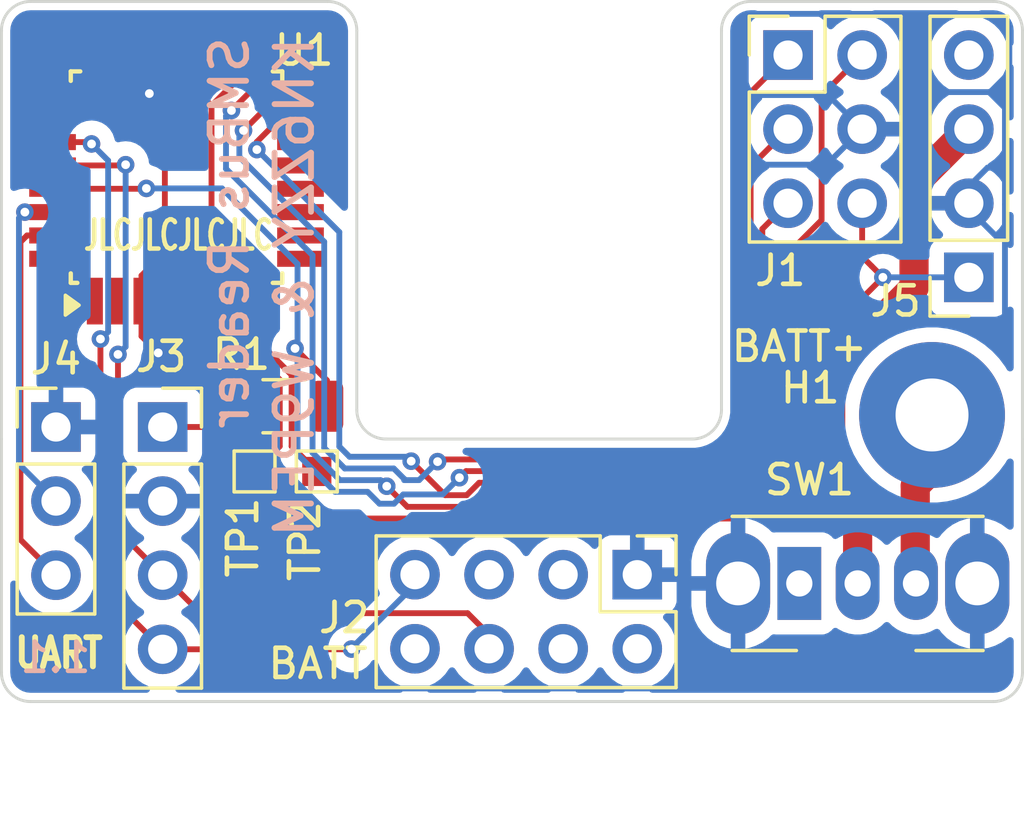
<source format=kicad_pcb>
(kicad_pcb (version 20240108) (generator "pcbnew") (generator_version "8.0")
  (layers (0 "F.Cu" signal) (31 "B.Cu" signal) (34 "B.Paste" user) (35 "F.Paste" user) (36 "B.SilkS" user "B.Silkscreen") (37 "F.SilkS" user "F.Silkscreen") (38 "B.Mask" user) (39 "F.Mask" user) (44 "Edge.Cuts" user))
  (net 0 "")
  (net 1 "VIN")
  (net 2 "COPI")
  (net 3 "SCK")
  (net 4 "VREG")
  (net 5 "GND")
  (net 6 "CIPO")
  (net 7 "RST")
  (net 9 "SDA")
  (net 10 "SCL")
  (net 12 "RX")
  (net 13 "TX")
  (net 14 "EN")
  (net 15 "Net-(U1-XTAL1{slash}PB6)")
  (net 16 "Net-(U1-XTAL2{slash}PB7)")
  (net 35 "Net-(SW1-C)")
  (footprint "Connector_PinHeader_2.54mm:PinHeader_2x04_P2.54mm_Vertical" (layer "F.Cu") (at 141.795 83.65 -90)
    (property "Reference" "J2" (at 1.475 10.045 0) (layer "F.SilkS") (effects (font (thickness 0.16))))
    (property "Value" "BATT" (at 3.05 10.945 0) (layer "F.SilkS") (effects (font (thickness 0.16))))
    (fp_line (start -1.33 8.95) (end 3.87 8.95) (stroke (width 0.12)) (layer "F.SilkS"))
    (fp_line (start -1.33 1.27) (end -1.33 8.95) (stroke (width 0.12)) (layer "F.SilkS"))
    (fp_line (start -1.33 1.27) (end 1.27 1.27) (stroke (width 0.12)) (layer "F.SilkS"))
    (fp_line (start 1.27 1.27) (end 1.27 -1.33) (stroke (width 0.12)) (layer "F.SilkS"))
    (fp_line (start -1.33 0) (end -1.33 -1.33) (stroke (width 0.12)) (layer "F.SilkS"))
    (fp_line (start -1.33 -1.33) (end 0 -1.33) (stroke (width 0.12)) (layer "F.SilkS"))
    (fp_line (start 1.27 -1.33) (end 3.87 -1.33) (stroke (width 0.12)) (layer "F.SilkS"))
    (fp_line (start 3.87 -1.33) (end 3.87 8.95) (stroke (width 0.12)) (layer "F.SilkS"))
    (pad "1" thru_hole rect (at 0 0 270) (size 1.7 1.7) (drill 1) (layers "*.Cu" "*.Mask") (net 5 "GND"))
    (pad "2" thru_hole oval (at 2.54 0 270) (size 1.7 1.7) (drill 1) (layers "*.Cu" "*.Mask"))
    (pad "3" thru_hole oval (at 0 2.54 270) (size 1.7 1.7) (drill 1) (layers "*.Cu" "*.Mask"))
    (pad "4" thru_hole oval (at 2.54 2.54 270) (size 1.7 1.7) (drill 1) (layers "*.Cu" "*.Mask"))
    (pad "5" thru_hole oval (at 0 5.08 270) (size 1.7 1.7) (drill 1) (layers "*.Cu" "*.Mask"))
    (pad "6" thru_hole oval (at 2.54 5.08 270) (size 1.7 1.7) (drill 1) (layers "*.Cu" "*.Mask") (net 10 "SCL"))
    (pad "7" thru_hole oval (at 0 7.62 270) (size 1.7 1.7) (drill 1) (layers "*.Cu" "*.Mask") (net 9 "SDA"))
    (pad "8" thru_hole oval (at 2.54 7.62 270) (size 1.7 1.7) (drill 1) (layers "*.Cu" "*.Mask"))
  )
  (footprint "Connector_PinHeader_2.54mm:PinHeader_2x03_P2.54mm_Vertical" (layer "F.Cu") (at 146.9644 65.8368)
    (property "Reference" "J1" (at -0.2644 7.3882 0) (layer "F.SilkS") (effects (font (thickness 0.16))))
    (property "Value" "ICSP" (hide yes))
    (fp_line (start -1.33 -1.33) (end 0 -1.33) (stroke (width 0.12)) (layer "F.SilkS"))
    (fp_line (start -1.33 0) (end -1.33 -1.33) (stroke (width 0.12)) (layer "F.SilkS"))
    (fp_line (start -1.33 1.27) (end -1.33 6.41) (stroke (width 0.12)) (layer "F.SilkS"))
    (fp_line (start -1.33 1.27) (end 1.27 1.27) (stroke (width 0.12)) (layer "F.SilkS"))
    (fp_line (start -1.33 6.41) (end 3.87 6.41) (stroke (width 0.12)) (layer "F.SilkS"))
    (fp_line (start 1.27 -1.33) (end 3.87 -1.33) (stroke (width 0.12)) (layer "F.SilkS"))
    (fp_line (start 1.27 1.27) (end 1.27 -1.33) (stroke (width 0.12)) (layer "F.SilkS"))
    (fp_line (start 3.87 -1.33) (end 3.87 6.41) (stroke (width 0.12)) (layer "F.SilkS"))
    (pad "1" thru_hole rect (at 0 0) (size 1.7 1.7) (drill 1) (layers "*.Cu" "*.Mask") (net 6 "CIPO"))
    (pad "2" thru_hole oval (at 2.54 0) (size 1.7 1.7) (drill 1) (layers "*.Cu" "*.Mask") (net 3 "SCK"))
    (pad "3" thru_hole oval (at 0 2.54) (size 1.7 1.7) (drill 1) (layers "*.Cu" "*.Mask") (net 7 "RST"))
    (pad "4" thru_hole oval (at 2.54 2.54) (size 1.7 1.7) (drill 1) (layers "*.Cu" "*.Mask") (net 5 "GND"))
    (pad "5" thru_hole oval (at 0 5.08) (size 1.7 1.7) (drill 1) (layers "*.Cu" "*.Mask") (net 2 "COPI"))
    (pad "6" thru_hole oval (at 2.54 5.08) (size 1.7 1.7) (drill 1) (layers "*.Cu" "*.Mask") (net 4 "VREG"))
  )
  (footprint "Package_QFP:TQFP-32_7x7mm_P0.8mm" (layer "F.Cu") (at 126.0012 70.0216 90)
    (property "Reference" "U1" (at 4.3466 4.3738 180) (layer "F.SilkS") (effects (font (thickness 0.156))))
    (property "Value" "ATmega328P-A" (hide yes))
    (fp_line (start 3.625 -3.625) (end 3.3 -3.625) (stroke (width 0.15)) (layer "F.SilkS"))
    (fp_line (start 3.625 -3.625) (end 3.625 -3.3) (stroke (width 0.15)) (layer "F.SilkS"))
    (fp_line (start -3.625 -3.625) (end -3.3 -3.625) (stroke (width 0.15)) (layer "F.SilkS"))
    (fp_line (start -3.625 -3.625) (end -3.625 -3.4) (stroke (width 0.15)) (layer "F.SilkS"))
    (fp_line (start 3.625 3.625) (end 3.625 3.3) (stroke (width 0.15)) (layer "F.SilkS"))
    (fp_line (start 3.625 3.625) (end 3.3 3.625) (stroke (width 0.15)) (layer "F.SilkS"))
    (fp_line (start -3.625 3.625) (end -3.625 3.3) (stroke (width 0.15)) (layer "F.SilkS"))
    (fp_line (start -3.625 3.625) (end -3.3 3.625) (stroke (width 0.15)) (layer "F.SilkS"))
    (fp_poly (pts (xy -4.39 -3.34) (xy -4.73 -3.81) (xy -4.05 -3.81) (xy -4.39 -3.34)) (stroke (width 0.12)) (fill solid) (layer "F.SilkS"))
    (pad "1" smd rect (at -4.25 -2.8 90) (size 1.6 0.55) (layers "F.Cu" "F.Paste" "F.Mask"))
    (pad "2" smd rect (at -4.25 -2 90) (size 1.6 0.55) (layers "F.Cu" "F.Paste" "F.Mask"))
    (pad "3" smd rect (at -4.25 -1.2 90) (size 1.6 0.55) (layers "F.Cu" "F.Paste" "F.Mask") (net 5 "GND"))
    (pad "4" smd rect (at -4.25 -0.4 90) (size 1.6 0.55) (layers "F.Cu" "F.Paste" "F.Mask") (net 4 "VREG"))
    (pad "5" smd rect (at -4.25 0.4 90) (size 1.6 0.55) (layers "F.Cu" "F.Paste" "F.Mask") (net 5 "GND"))
    (pad "6" smd rect (at -4.25 1.2 90) (size 1.6 0.55) (layers "F.Cu" "F.Paste" "F.Mask") (net 4 "VREG"))
    (pad "7" smd rect (at -4.25 2 90) (size 1.6 0.55) (layers "F.Cu" "F.Paste" "F.Mask") (net 15 "Net-(U1-XTAL1{slash}PB6)"))
    (pad "8" smd rect (at -4.25 2.8 90) (size 1.6 0.55) (layers "F.Cu" "F.Paste" "F.Mask") (net 16 "Net-(U1-XTAL2{slash}PB7)"))
    (pad "9" smd rect (at -2.8 4.25 180) (size 1.6 0.55) (layers "F.Cu" "F.Paste" "F.Mask"))
    (pad "10" smd rect (at -2 4.25 180) (size 1.6 0.55) (layers "F.Cu" "F.Paste" "F.Mask"))
    (pad "11" smd rect (at -1.2 4.25 180) (size 1.6 0.55) (layers "F.Cu" "F.Paste" "F.Mask"))
    (pad "12" smd rect (at -0.4 4.25 180) (size 1.6 0.55) (layers "F.Cu" "F.Paste" "F.Mask"))
    (pad "13" smd rect (at 0.4 4.25 180) (size 1.6 0.55) (layers "F.Cu" "F.Paste" "F.Mask"))
    (pad "14" smd rect (at 1.2 4.25 180) (size 1.6 0.55) (layers "F.Cu" "F.Paste" "F.Mask"))
    (pad "15" smd rect (at 2 4.25 180) (size 1.6 0.55) (layers "F.Cu" "F.Paste" "F.Mask") (net 2 "COPI"))
    (pad "16" smd rect (at 2.8 4.25 180) (size 1.6 0.55) (layers "F.Cu" "F.Paste" "F.Mask") (net 6 "CIPO"))
    (pad "17" smd rect (at 4.25 2.8 90) (size 1.6 0.55) (layers "F.Cu" "F.Paste" "F.Mask") (net 3 "SCK"))
    (pad "18" smd rect (at 4.25 2 90) (size 1.6 0.55) (layers "F.Cu" "F.Paste" "F.Mask") (net 4 "VREG"))
    (pad "19" smd rect (at 4.25 1.2 90) (size 1.6 0.55) (layers "F.Cu" "F.Paste" "F.Mask"))
    (pad "20" smd rect (at 4.25 0.4 90) (size 1.6 0.55) (layers "F.Cu" "F.Paste" "F.Mask") (net 4 "VREG"))
    (pad "21" smd rect (at 4.25 -0.4 90) (size 1.6 0.55) (layers "F.Cu" "F.Paste" "F.Mask") (net 5 "GND"))
    (pad "22" smd rect (at 4.25 -1.2 90) (size 1.6 0.55) (layers "F.Cu" "F.Paste" "F.Mask"))
    (pad "23" smd rect (at 4.25 -2 90) (size 1.6 0.55) (layers "F.Cu" "F.Paste" "F.Mask"))
    (pad "24" smd rect (at 4.25 -2.8 90) (size 1.6 0.55) (layers "F.Cu" "F.Paste" "F.Mask"))
    (pad "25" smd rect (at 2.8 -4.25 180) (size 1.6 0.55) (layers "F.Cu" "F.Paste" "F.Mask"))
    (pad "26" smd rect (at 2 -4.25 180) (size 1.6 0.55) (layers "F.Cu" "F.Paste" "F.Mask"))
    (pad "27" smd rect (at 1.2 -4.25 180) (size 1.6 0.55) (layers "F.Cu" "F.Paste" "F.Mask") (net 9 "SDA"))
    (pad "28" smd rect (at 0.4 -4.25 180) (size 1.6 0.55) (layers "F.Cu" "F.Paste" "F.Mask") (net 10 "SCL"))
    (pad "29" smd rect (at -0.4 -4.25 180) (size 1.6 0.55) (layers "F.Cu" "F.Paste" "F.Mask") (net 7 "RST"))
    (pad "30" smd rect (at -1.2 -4.25 180) (size 1.6 0.55) (layers "F.Cu" "F.Paste" "F.Mask") (net 12 "RX"))
    (pad "31" smd rect (at -2 -4.25 180) (size 1.6 0.55) (layers "F.Cu" "F.Paste" "F.Mask") (net 13 "TX"))
    (pad "32" smd rect (at -2.8 -4.25 180) (size 1.6 0.55) (layers "F.Cu" "F.Paste" "F.Mask"))
  )
  (footprint "TestPoint:TestPoint_Pad_1.0x1.0mm" (layer "F.Cu") (at 130.81 80.1116)
    (property "Reference" "TP2" (at -0.41 2.3884 90) (layer "F.SilkS") (effects (font (thickness 0.16))))
    (property "Value" "XTAL2" (hide yes))
    (fp_line (start -0.7 -0.7) (end 0.7 -0.7) (stroke (width 0.12)) (layer "F.SilkS"))
    (fp_line (start -0.7 0.7) (end -0.7 -0.7) (stroke (width 0.12)) (layer "F.SilkS"))
    (fp_line (start 0.7 -0.7) (end 0.7 0.7) (stroke (width 0.12)) (layer "F.SilkS"))
    (fp_line (start 0.7 0.7) (end -0.7 0.7) (stroke (width 0.12)) (layer "F.SilkS"))
    (pad "1" smd rect (at 0 0) (size 1 1) (layers "F.Cu" "F.Mask") (net 16 "Net-(U1-XTAL2{slash}PB7)"))
  )
  (footprint "TestPoint:TestPoint_Pad_1.0x1.0mm" (layer "F.Cu") (at 128.6764 80.1116)
    (property "Reference" "TP1" (at -0.4014 2.2634 90) (layer "F.SilkS") (effects (font (thickness 0.16))))
    (property "Value" "XTAL1" (hide yes))
    (fp_line (start -0.7 -0.7) (end 0.7 -0.7) (stroke (width 0.12)) (layer "F.SilkS"))
    (fp_line (start -0.7 0.7) (end -0.7 -0.7) (stroke (width 0.12)) (layer "F.SilkS"))
    (fp_line (start 0.7 -0.7) (end 0.7 0.7) (stroke (width 0.12)) (layer "F.SilkS"))
    (fp_line (start 0.7 0.7) (end -0.7 0.7) (stroke (width 0.12)) (layer "F.SilkS"))
    (pad "1" smd rect (at 0 0) (size 1 1) (layers "F.Cu" "F.Mask") (net 15 "Net-(U1-XTAL1{slash}PB6)"))
  )
  (footprint "Resistor_SMD:R_1206_3216Metric" (layer "F.Cu") (at 129.6924 77.8764)
    (property "Reference" "R1" (at -1.4674 -1.7764 0) (layer "F.SilkS") (effects (font (thickness 0.16))))
    (property "Value" "10K" (hide yes))
    (fp_line (start -0.727064 -0.91) (end 0.727064 -0.91) (stroke (width 0.12)) (layer "F.SilkS"))
    (fp_line (start -0.727064 0.91) (end 0.727064 0.91) (stroke (width 0.12)) (layer "F.SilkS"))
    (pad "1" smd roundrect (at -1.4625 0) (size 1.125 1.75) (layers "F.Cu" "F.Paste" "F.Mask") (roundrect_rratio 0.2222222222) (net 4 "VREG"))
    (pad "2" smd roundrect (at 1.4625 0) (size 1.125 1.75) (layers "F.Cu" "F.Paste" "F.Mask") (roundrect_rratio 0.2222222222) (net 7 "RST"))
  )
  (footprint "Connector_PinSocket_2.54mm:PinSocket_1x04_P2.54mm_Vertical" (layer "F.Cu") (at 153.162 73.4568 180)
    (property "Reference" "J5" (at 2.512 -0.8182 180) (layer "F.SilkS") (effects (font (thickness 0.16))))
    (property "Value" "REG" (hide yes))
    (fp_line (start 1.33 1.27) (end 1.33 8.95) (stroke (width 0.12)) (layer "F.SilkS"))
    (fp_line (start 1.33 -1.33) (end 1.33 0) (stroke (width 0.12)) (layer "F.SilkS"))
    (fp_line (start 0 -1.33) (end 1.33 -1.33) (stroke (width 0.12)) (layer "F.SilkS"))
    (fp_line (start -1.33 8.95) (end 1.33 8.95) (stroke (width 0.12)) (layer "F.SilkS"))
    (fp_line (start -1.33 1.27) (end 1.33 1.27) (stroke (width 0.12)) (layer "F.SilkS"))
    (fp_line (start -1.33 1.27) (end -1.33 8.95) (stroke (width 0.12)) (layer "F.SilkS"))
    (pad "1" thru_hole rect (at 0 0 180) (size 1.7 1.7) (drill 1) (layers "*.Cu" "*.Mask") (net 4 "VREG"))
    (pad "2" thru_hole oval (at 0 2.54 180) (size 1.7 1.7) (drill 1) (layers "*.Cu" "*.Mask") (net 5 "GND"))
    (pad "3" thru_hole oval (at 0 5.08 180) (size 1.7 1.7) (drill 1) (layers "*.Cu" "*.Mask") (net 1 "VIN"))
    (pad "4" thru_hole oval (at 0 7.62 180) (size 1.7 1.7) (drill 1) (layers "*.Cu" "*.Mask") (net 14 "EN"))
  )
  (footprint "MountingHole:MountingHole_2.5mm_Pad" (layer "F.Cu") (at 151.9 78.175)
    (property "Reference" "H1" (at -4.175 -0.925 0) (layer "F.SilkS") (effects (font (thickness 0.16))))
    (property "Value" "BATT+" (at -4.55 -2.35 0) (layer "F.SilkS") (effects (font (thickness 0.16))))
    (pad "1" thru_hole circle (at 0 0) (size 5 5) (drill 2.5) (layers "*.Cu" "*.Mask") (net 35 "Net-(SW1-C)"))
  )
  (footprint "Button_Switch_THT:SW_Slide_SPDT_Angled_CK_OS102011MA1Q" (layer "F.Cu") (at 147.35 83.95)
    (property "Reference" "SW1" (at 0.35 -3.55 0) (layer "F.SilkS") (effects (font (thickness 0.16))))
    (property "Value" "SW_SPDT")
    (fp_line (start -2.3 -2.3) (end 6.3 -2.3) (stroke (width 0.12)) (layer "F.SilkS"))
    (fp_line (start -2.3 2.3) (end -0.1 2.3) (stroke (width 0.12)) (layer "F.SilkS"))
    (fp_line (start 4 2.3) (end 6.3 2.3) (stroke (width 0.12)) (layer "F.SilkS"))
    (pad "" thru_hole oval (at -2.1 0) (size 2.2 3.5) (drill 1.5) (layers "*.Cu" "*.Mask") (net 5 "GND"))
    (pad "" thru_hole oval (at 6.1 0) (size 2.2 3.5) (drill 1.5) (layers "*.Cu" "*.Mask") (net 5 "GND"))
    (pad "1" thru_hole rect (at 0 0) (size 1.5 2.5) (drill 0.9) (layers "*.Cu" "*.Mask"))
    (pad "2" thru_hole oval (at 2 0) (size 1.5 2.5) (drill 0.9) (layers "*.Cu" "*.Mask") (net 1 "VIN"))
    (pad "3" thru_hole oval (at 4 0) (size 1.5 2.5) (drill 0.9) (layers "*.Cu" "*.Mask") (net 35 "Net-(SW1-C)"))
  )
  (footprint "Connector_PinHeader_2.54mm:PinHeader_1x03_P2.54mm_Vertical" (layer "F.Cu") (at 121.8692 78.5876)
    (property "Reference" "J4" (at 0 -2.33 0) (layer "F.SilkS") (effects (font (thickness 0.16))))
    (property "Value" "UART" (hide yes))
    (fp_line (start -1.33 -1.33) (end 0 -1.33) (stroke (width 0.12)) (layer "F.SilkS"))
    (fp_line (start -1.33 0) (end -1.33 -1.33) (stroke (width 0.12)) (layer "F.SilkS"))
    (fp_line (start -1.33 1.27) (end -1.33 6.41) (stroke (width 0.12)) (layer "F.SilkS"))
    (fp_line (start -1.33 1.27) (end 1.33 1.27) (stroke (width 0.12)) (layer "F.SilkS"))
    (fp_line (start -1.33 6.41) (end 1.33 6.41) (stroke (width 0.12)) (layer "F.SilkS"))
    (fp_line (start 1.33 1.27) (end 1.33 6.41) (stroke (width 0.12)) (layer "F.SilkS"))
    (pad "1" thru_hole rect (at 0 0) (size 1.7 1.7) (drill 1) (layers "*.Cu" "*.Mask") (net 5 "GND"))
    (pad "2" thru_hole oval (at 0 2.54) (size 1.7 1.7) (drill 1) (layers "*.Cu" "*.Mask") (net 12 "RX"))
    (pad "3" thru_hole oval (at 0 5.08) (size 1.7 1.7) (drill 1) (layers "*.Cu" "*.Mask") (net 13 "TX"))
  )
  (footprint "Connector_PinSocket_2.54mm:PinSocket_1x04_P2.54mm_Vertical" (layer "F.Cu") (at 125.5268 78.5876)
    (property "Reference" "J3" (at -0.0518 -2.4126 0) (layer "F.SilkS") (effects (font (thickness 0.16))))
    (property "Value" "OLED" (hide yes))
    (fp_line (start -1.33 1.27) (end -1.33 8.95) (stroke (width 0.12)) (layer "F.SilkS"))
    (fp_line (start -1.33 1.27) (end 1.33 1.27) (stroke (width 0.12)) (layer "F.SilkS"))
    (fp_line (start -1.33 8.95) (end 1.33 8.95) (stroke (width 0.12)) (layer "F.SilkS"))
    (fp_line (start 0 -1.33) (end 1.33 -1.33) (stroke (width 0.12)) (layer "F.SilkS"))
    (fp_line (start 1.33 -1.33) (end 1.33 0) (stroke (width 0.12)) (layer "F.SilkS"))
    (fp_line (start 1.33 1.27) (end 1.33 8.95) (stroke (width 0.12)) (layer "F.SilkS"))
    (pad "1" thru_hole rect (at 0 0) (size 1.7 1.7) (drill 1) (layers "*.Cu" "*.Mask") (net 4 "VREG"))
    (pad "2" thru_hole oval (at 0 2.54) (size 1.7 1.7) (drill 1) (layers "*.Cu" "*.Mask") (net 5 "GND"))
    (pad "3" thru_hole oval (at 0 5.08) (size 1.7 1.7) (drill 1) (layers "*.Cu" "*.Mask") (net 10 "SCL"))
    (pad "4" thru_hole oval (at 0 7.62) (size 1.7 1.7) (drill 1) (layers "*.Cu" "*.Mask") (net 9 "SDA"))
  )
  (gr_line (start 155 79) (end 155 87) (stroke (width 0.1)) (layer "Edge.Cuts"))
  (gr_arc (start 154 64) (mid 154.707107 64.292893) (end 155 65) (stroke (width 0.1)) (layer "Edge.Cuts"))
  (gr_arc (start 120 65) (mid 120.292893 64.292893) (end 121 64) (stroke (width 0.1)) (layer "Edge.Cuts"))
  (gr_line (start 121 64) (end 131.1816 64) (stroke (width 0.1)) (layer "Edge.Cuts"))
  (gr_line (start 133.1816 79) (end 143.6816 79) (stroke (width 0.1)) (layer "Edge.Cuts"))
  (gr_arc (start 131.1816 64) (mid 131.888707 64.292893) (end 132.1816 65) (stroke (width 0.1)) (layer "Edge.Cuts"))
  (gr_line (start 155 65) (end 155 79) (stroke (width 0.1)) (layer "Edge.Cuts"))
  (gr_line (start 120 87) (end 120 79) (stroke (width 0.1)) (layer "Edge.Cuts"))
  (gr_arc (start 144.6816 65) (mid 144.974493 64.292893) (end 145.6816 64) (stroke (width 0.1)) (layer "Edge.Cuts"))
  (gr_arc (start 121 88) (mid 120.292893 87.707107) (end 120 87) (stroke (width 0.1)) (layer "Edge.Cuts"))
  (gr_arc (start 144.6816 78) (mid 144.388707 78.707107) (end 143.6816 79) (stroke (width 0.1)) (layer "Edge.Cuts"))
  (gr_line (start 120 79) (end 120 65) (stroke (width 0.1)) (layer "Edge.Cuts"))
  (gr_line (start 145.6816 64) (end 154 64) (stroke (width 0.1)) (layer "Edge.Cuts"))
  (gr_line (start 144.6816 78) (end 144.6816 65) (stroke (width 0.1)) (layer "Edge.Cuts"))
  (gr_line (start 132.1816 65) (end 132.1816 78) (stroke (width 0.1)) (layer "Edge.Cuts"))
  (gr_line (start 154 88) (end 121 88) (stroke (width 0.1)) (layer "Edge.Cuts"))
  (gr_arc (start 155 87) (mid 154.707107 87.707107) (end 154 88) (stroke (width 0.1)) (layer "Edge.Cuts"))
  (gr_arc (start 133.1816 79) (mid 132.474493 78.707107) (end 132.1816 78) (stroke (width 0.1)) (layer "Edge.Cuts"))
  (gr_text "SMBus Reader" (at 128.55 65.1 90) (layer "B.SilkS") (effects (font (size 1.25 1.25) (thickness 0.2) (bold yes)) (justify left bottom mirror)))
  (gr_text "KN6ZZY & W9PEM" (at 130.775 65.125 90) (layer "B.SilkS") (effects (font (size 1.25 1.25) (thickness 0.2) (bold yes)) (justify left bottom mirror)))
  (gr_text "1.1" (at 123.15 87.075 -0) (layer "B.SilkS") (effects (font (size 1 1) (thickness 0.16)) (justify left bottom mirror)))
  (gr_text "UART" (at 120.375 86.925 0) (layer "F.SilkS") (effects (font (size 1 0.8) (thickness 0.2) (bold yes)) (justify left bottom)))
  (gr_text "JLCJLCJLCJLC" (at 122.75 72.6 0) (layer "F.SilkS") (effects (font (size 1 0.625) (thickness 0.155) (bold yes)) (justify left bottom)))
  (segment (start 149.35 80.625) (end 149.35 83.95) (width 1) (layer "F.Cu") (net 1))
  (segment (start 148.425 76.675) (end 148.425 79.7) (width 1) (layer "F.Cu") (net 1))
  (segment (start 151.2824 70.2564) (end 151.2824 73.8176) (width 1) (layer "F.Cu") (net 1))
  (segment (start 151.2824 73.8176) (end 148.425 76.675) (width 1) (layer "F.Cu") (net 1))
  (segment (start 153.162 68.3768) (end 151.2824 70.2564) (width 1) (layer "F.Cu") (net 1))
  (segment (start 148.425 79.7) (end 149.35 80.625) (width 1) (layer "F.Cu") (net 1))
  (segment (start 145.169498 80.5) (end 146.0816 79.5879) (width 0.2) (layer "F.Cu") (net 2))
  (segment (start 135.948529 80.925) (end 136.373529 80.5) (width 0.2) (layer "F.Cu") (net 2))
  (segment (start 136.373529 80.5) (end 145.169498 80.5) (width 0.2) (layer "F.Cu") (net 2))
  (segment (start 128.755639 68.812408) (end 128.755639 69.077892) (width 0.2) (layer "F.Cu") (net 2))
  (segment (start 135.211717 80.925) (end 135.948529 80.925) (width 0.2) (layer "F.Cu") (net 2))
  (segment (start 146.0816 71.7996) (end 146.9644 70.9168) (width 0.2) (layer "F.Cu") (net 2))
  (segment (start 134.045277 79.75856) (end 135.211717 80.925) (width 0.2) (layer "F.Cu") (net 2))
  (segment (start 130.2512 68.0216) (end 129.546447 68.0216) (width 0.2) (layer "F.Cu") (net 2))
  (segment (start 129.546447 68.0216) (end 128.755639 68.812408) (width 0.2) (layer "F.Cu") (net 2))
  (segment (start 146.0816 79.5879) (end 146.0816 71.7996) (width 0.2) (layer "F.Cu") (net 2))
  (via (at 134.045277 79.75856) (size 0.6) (drill 0.3) (layers "F.Cu" "B.Cu") (net 2))
  (via (at 128.755639 69.077892) (size 0.6) (drill 0.3) (layers "F.Cu" "B.Cu") (net 2))
  (segment (start 131.5816 79.256528) (end 131.5816 71.903853) (width 0.2) (layer "B.Cu") (net 2))
  (segment (start 131.933072 79.608) (end 131.5816 79.256528) (width 0.2) (layer "B.Cu") (net 2))
  (segment (start 131.5816 71.903853) (end 128.755639 69.077892) (width 0.2) (layer "B.Cu") (net 2))
  (segment (start 134.045277 79.75856) (end 133.894717 79.608) (width 0.2) (layer "B.Cu") (net 2))
  (segment (start 133.894717 79.608) (end 131.933072 79.608) (width 0.2) (layer "B.Cu") (net 2))
  (segment (start 128.8012 66.82013) (end 127.884265 67.737065) (width 0.2) (layer "F.Cu") (net 3))
  (segment (start 133.914658 81.325) (end 136.114215 81.325) (width 0.2) (layer "F.Cu") (net 3))
  (segment (start 133.207329 80.617671) (end 133.914658 81.325) (width 0.2) (layer "F.Cu") (net 3))
  (segment (start 146.4816 73.1268) (end 148.1144 71.494) (width 0.2) (layer "F.Cu") (net 3))
  (segment (start 128.8012 65.7716) (end 128.8012 65.2466) (width 0.2) (layer "F.Cu") (net 3))
  (segment (start 145.335186 80.9) (end 146.4816 79.753586) (width 0.2) (layer "F.Cu") (net 3))
  (segment (start 146.4816 79.753586) (end 146.4816 73.1268) (width 0.2) (layer "F.Cu") (net 3))
  (segment (start 128.8012 65.2466) (end 128.778 65.2234) (width 0.2) (layer "F.Cu") (net 3))
  (segment (start 136.114215 81.325) (end 136.539215 80.9) (width 0.2) (layer "F.Cu") (net 3))
  (segment (start 136.539215 80.9) (end 145.335186 80.9) (width 0.2) (layer "F.Cu") (net 3))
  (segment (start 148.1144 71.494) (end 148.1144 67.2268) (width 0.2) (layer "F.Cu") (net 3))
  (segment (start 148.1144 67.2268) (end 149.5044 65.8368) (width 0.2) (layer "F.Cu") (net 3))
  (segment (start 128.8012 65.7716) (end 128.8012 66.82013) (width 0.2) (layer "F.Cu") (net 3))
  (via (at 133.207329 80.617671) (size 0.6) (drill 0.3) (layers "F.Cu" "B.Cu") (net 3))
  (via (at 127.884265 67.737065) (size 0.6) (drill 0.3) (layers "F.Cu" "B.Cu") (net 3))
  (segment (start 130.664 79.470299) (end 130.664 72.7012) (width 0.2) (layer "B.Cu") (net 3))
  (segment (start 131.603702 80.41) (end 130.664 79.470299) (width 0.2) (layer "B.Cu") (net 3))
  (segment (start 133.207329 80.617671) (end 132.999658 80.41) (width 0.2) (layer "B.Cu") (net 3))
  (segment (start 127.697353 67.923977) (end 127.884265 67.737065) (width 0.2) (layer "B.Cu") (net 3))
  (segment (start 132.999658 80.41) (end 131.603702 80.41) (width 0.2) (layer "B.Cu") (net 3))
  (segment (start 130.664 72.7012) (end 127.697353 69.734553) (width 0.2) (layer "B.Cu") (net 3))
  (segment (start 127.697353 69.734553) (end 127.697353 67.923977) (width 0.2) (layer "B.Cu") (net 3))
  (segment (start 145.075871 81.725) (end 128.5118 81.725) (width 0.2) (layer "F.Cu") (net 4))
  (segment (start 150.1974 73.475) (end 150.2156 73.4568) (width 0.2) (layer "F.Cu") (net 4))
  (segment (start 127.4572 78.6491) (end 127.5187 78.5876) (width 0.2) (layer "F.Cu") (net 4))
  (segment (start 125.7251 75.3716) (end 127.2012 76.8477) (width 0.2) (layer "F.Cu") (net 4))
  (segment (start 128.2299 77.8764) (end 127.5187 78.5876) (width 0.2) (layer "F.Cu") (net 4))
  (segment (start 126.4012 65.7716) (end 126.4012 66.7716) (width 0.2) (layer "F.Cu") (net 4))
  (segment (start 150.2156 73.4594) (end 146.8816 76.7934) (width 0.2) (layer "F.Cu") (net 4))
  (segment (start 149.8346 73.0758) (end 149.5044 72.7456) (width 0.2) (layer "F.Cu") (net 4))
  (segment (start 128.2299 77.8764) (end 127.2012 76.8477) (width 0.2) (layer "F.Cu") (net 4))
  (segment (start 150.2156 73.4568) (end 149.8346 73.0758) (width 0.2) (layer "F.Cu") (net 4))
  (segment (start 146.8816 79.919271) (end 145.075871 81.725) (width 0.2) (layer "F.Cu") (net 4))
  (segment (start 125.6012 74.2716) (end 125.6012 75.2716) (width 0.2) (layer "F.Cu") (net 4))
  (segment (start 127.2012 67.5716) (end 128.0012 66.7716) (width 0.2) (layer "F.Cu") (net 4))
  (segment (start 127.4572 80.6704) (end 127.4572 78.6491) (width 0.2) (layer "F.Cu") (net 4))
  (segment (start 125.6012 75.2716) (end 125.7012 75.3716) (width 0.2) (layer "F.Cu") (net 4))
  (segment (start 127.2012 74.2716) (end 127.2012 67.5716) (width 0.2) (layer "F.Cu") (net 4))
  (segment (start 127.2012 76.8477) (end 127.2012 74.2716) (width 0.2) (layer "F.Cu") (net 4))
  (segment (start 125.7012 75.3716) (end 125.7251 75.3716) (width 0.2) (layer "F.Cu") (net 4))
  (segment (start 127.5187 78.5876) (end 125.5268 78.5876) (width 0.2) (layer "F.Cu") (net 4))
  (segment (start 126.4012 66.7716) (end 127.2012 67.5716) (width 0.2) (layer "F.Cu") (net 4))
  (segment (start 150.2156 73.4568) (end 150.2156 73.4594) (width 0.2) (layer "F.Cu") (net 4))
  (segment (start 128.0012 66.7716) (end 128.0012 65.7716) (width 0.2) (layer "F.Cu") (net 4))
  (segment (start 149.5044 72.7456) (end 149.5044 70.9168) (width 0.2) (layer "F.Cu") (net 4))
  (segment (start 128.5118 81.725) (end 127.4572 80.6704) (width 0.2) (layer "F.Cu") (net 4))
  (segment (start 146.8816 76.7934) (end 146.8816 79.919271) (width 0.2) (layer "F.Cu") (net 4))
  (via (at 150.2156 73.4568) (size 0.6) (drill 0.3) (layers "F.Cu" "B.Cu") (net 4))
  (segment (start 153.162 73.4568) (end 150.2156 73.4568) (width 0.2) (layer "B.Cu") (net 4))
  (segment (start 125.6012 66.626) (end 125.0696 67.1576) (width 0.2) (layer "F.Cu") (net 5))
  (segment (start 125.6012 65.7716) (end 125.6012 72.5966) (width 0.2) (layer "F.Cu") (net 5))
  (segment (start 124.8012 75.4744) (end 125.3744 76.0476) (width 0.2) (layer "F.Cu") (net 5))
  (segment (start 124.8012 73.3966) (end 124.8012 74.2716) (width 0.2) (layer "F.Cu") (net 5))
  (segment (start 125.6012 72.5966) (end 126.4012 73.3966) (width 0.2) (layer "F.Cu") (net 5))
  (segment (start 125.6012 65.7716) (end 125.6012 66.626) (width 0.2) (layer "F.Cu") (net 5))
  (segment (start 124.8012 74.2716) (end 124.8012 75.4744) (width 0.2) (layer "F.Cu") (net 5))
  (segment (start 125.6012 72.5966) (end 124.8012 73.3966) (width 0.2) (layer "F.Cu") (net 5))
  (segment (start 126.4012 73.3966) (end 126.4012 74.2716) (width 0.2) (layer "F.Cu") (net 5))
  (via (at 125.0696 67.1576) (size 0.6) (drill 0.3) (layers "F.Cu" "B.Cu") (net 5))
  (via (at 125.3744 76.0476) (size 0.6) (drill 0.3) (layers "F.Cu" "B.Cu") (net 5))
  (segment (start 154.4 70.952719) (end 154.4 72.136) (width 0.2) (layer "B.Cu") (net 5))
  (segment (start 145.825 64.425) (end 153.85 64.425) (width 0.2) (layer "B.Cu") (net 5))
  (segment (start 154.55 65.125) (end 154.55 66.45) (width 0.2) (layer "B.Cu") (net 5))
  (segment (start 153.85 64.425) (end 154.55 65.125) (width 0.2) (layer "B.Cu") (net 5))
  (segment (start 153.875 67.125) (end 153.8568 67.1068) (width 0.2) (layer "B.Cu") (net 5))
  (segment (start 154.55 66.45) (end 153.875 67.125) (width 0.2) (layer "B.Cu") (net 5))
  (segment (start 133.475 87.525) (end 133.5 87.55) (width 0.2) (layer "B.Cu") (net 5))
  (segment (start 153.8568 67.1068) (end 152.4508 67.1068) (width 0.2) (layer "B.Cu") (net 5))
  (segment (start 154.4 67.65) (end 153.875 67.125) (width 0.2) (layer "B.Cu") (net 5))
  (segment (start 154.4 70.952719) (end 154.4 69.6976) (width 0.2) (layer "B.Cu") (net 5))
  (segment (start 153.162 70.9168) (end 153.162 71.112) (width 0.2) (layer "B.Cu") (net 5))
  (segment (start 144.275 87.55) (end 145.25 86.575) (width 0.2) (layer "B.Cu") (net 5))
  (segment (start 148.336 67.2084) (end 145.4404 67.2084) (width 0.2) (layer "B.Cu") (net 5))
  (segment (start 133.5 87.55) (end 144.275 87.55) (width 0.2) (layer "B.Cu") (net 5))
  (segment (start 153.162 70.338) (end 153.8024 69.6976) (width 0.2) (layer "B.Cu") (net 5))
  (segment (start 125.3744 76.0476) (end 126.0348 76.0476) (width 0.2) (layer "B.Cu") (net 5))
  (segment (start 145.8 64.45) (end 145.825 64.425) (width 0.2) (layer "B.Cu") (net 5))
  (segment (start 148.2852 69.596) (end 145.6944 69.596) (width 0.2) (layer "B.Cu") (net 5))
  (segment (start 145.25 86.575) (end 145.25 83.95) (width 0.2) (layer "B.Cu") (net 5))
  (segment (start 154.4 72.136) (end 154.4 75.0316) (width 0.2) (layer "B.Cu") (net 5))
  (segment (start 154.4 69.6976) (end 154.4 67.65) (width 0.2) (layer "B.Cu") (net 5))
  (segment (start 154.186 72.136) (end 154.4 72.136) (width 0.2) (layer "B.Cu") (net 5))
  (segment (start 149.5044 68.3768) (end 148.2852 69.596) (width 0.2) (layer "B.Cu") (net 5))
  (segment (start 153.162 70.9168) (end 153.162 70.338) (width 0.2) (layer "B.Cu") (net 5))
  (segment (start 153.162 71.112) (end 154.186 72.136) (width 0.2) (layer "B.Cu") (net 5))
  (segment (start 149.5044 68.3768) (end 148.336 67.2084) (width 0.2) (layer "B.Cu") (net 5))
  (segment (start 153.8024 69.6976) (end 154.4 69.6976) (width 0.2) (layer "B.Cu") (net 5))
  (segment (start 145.2816 79.256528) (end 145.2816 67.5196) (width 0.2) (layer "F.Cu") (net 6))
  (segment (start 129.497918 67.2216) (end 128.297353 68.422165) (width 0.2) (layer "F.Cu") (net 6))
  (segment (start 130.2512 67.2216) (end 129.497918 67.2216) (width 0.2) (layer "F.Cu") (net 6))
  (segment (start 144.838128 79.7) (end 145.2816 79.256528) (width 0.2) (layer "F.Cu") (net 6))
  (segment (start 135.025 79.7) (end 144.838128 79.7) (width 0.2) (layer "F.Cu") (net 6))
  (segment (start 145.2816 67.5196) (end 146.9644 65.8368) (width 0.2) (layer "F.Cu") (net 6))
  (segment (start 134.95 79.775) (end 135.025 79.7) (width 0.2) (layer "F.Cu") (net 6))
  (via (at 134.95 79.775) (size 0.6) (drill 0.3) (layers "F.Cu" "B.Cu") (net 6))
  (via (at 128.297353 68.422165) (size 0.6) (drill 0.3) (layers "F.Cu" "B.Cu") (net 6))
  (segment (start 128.155639 69.329239) (end 128.155639 68.563879) (width 0.2) (layer "B.Cu") (net 6))
  (segment (start 131.064 72.2376) (end 128.155639 69.329239) (width 0.2) (layer "B.Cu") (net 6))
  (segment (start 134.95 79.775) (end 134.317 80.408) (width 0.2) (layer "B.Cu") (net 6))
  (segment (start 133.807329 80.408) (end 133.807329 80.369142) (width 0.2) (layer "B.Cu") (net 6))
  (segment (start 133.807329 80.369142) (end 133.448187 80.01) (width 0.2) (layer "B.Cu") (net 6))
  (segment (start 128.155639 68.563879) (end 128.297353 68.422165) (width 0.2) (layer "B.Cu") (net 6))
  (segment (start 131.769387 80.01) (end 131.064 79.304613) (width 0.2) (layer "B.Cu") (net 6))
  (segment (start 131.064 79.304613) (end 131.064 72.2376) (width 0.2) (layer "B.Cu") (net 6))
  (segment (start 134.317 80.408) (end 133.807329 80.408) (width 0.2) (layer "B.Cu") (net 6))
  (segment (start 133.448187 80.01) (end 131.769387 80.01) (width 0.2) (layer "B.Cu") (net 6))
  (segment (start 124.9552 70.4216) (end 124.968 70.4088) (width 0.2) (layer "F.Cu") (net 7))
  (segment (start 121.7512 70.4216) (end 124.9552 70.4216) (width 0.2) (layer "F.Cu") (net 7))
  (segment (start 145.6816 69.6596) (end 146.9644 68.3768) (width 0.2) (layer "F.Cu") (net 7))
  (segment (start 131.1549 77.8764) (end 131.1549 76.9861) (width 0.2) (layer "F.Cu") (net 7))
  (segment (start 131.1549 76.9861) (end 130.064 75.8952) (width 0.2) (layer "F.Cu") (net 7))
  (segment (start 145.6816 79.422214) (end 145.6816 69.6596) (width 0.2) (layer "F.Cu") (net 7))
  (segment (start 145.003813 80.1) (end 145.6816 79.422214) (width 0.2) (layer "F.Cu") (net 7))
  (segment (start 135.925 80.1) (end 145.003813 80.1) (width 0.2) (layer "F.Cu") (net 7))
  (segment (start 135.7 80.325) (end 135.925 80.1) (width 0.2) (layer "F.Cu") (net 7))
  (via (at 124.968 70.4088) (size 0.6) (drill 0.3) (layers "F.Cu" "B.Cu") (net 7))
  (via (at 130.064 75.8952) (size 0.6) (drill 0.3) (layers "F.Cu" "B.Cu") (net 7))
  (via (at 135.7 80.325) (size 0.6) (drill 0.3) (layers "F.Cu" "B.Cu") (net 7))
  (segment (start 127.5588 70.4088) (end 124.968 70.4088) (width 0.2) (layer "B.Cu") (net 7))
  (segment (start 135.125 80.9) (end 133.773529 80.9) (width 0.2) (layer "B.Cu") (net 7))
  (segment (start 135.7 80.325) (end 135.125 80.9) (width 0.2) (layer "B.Cu") (net 7))
  (segment (start 131.438017 80.81) (end 130.1496 79.521585) (width 0.2) (layer "B.Cu") (net 7))
  (segment (start 132.551129 80.81) (end 131.438017 80.81) (width 0.2) (layer "B.Cu") (net 7))
  (segment (start 133.773529 80.9) (end 133.455858 81.217671) (width 0.2) (layer "B.Cu") (net 7))
  (segment (start 130.1496 72.9996) (end 127.5588 70.4088) (width 0.2) (layer "B.Cu") (net 7))
  (segment (start 132.9588 81.217671) (end 132.551129 80.81) (width 0.2) (layer "B.Cu") (net 7))
  (segment (start 133.455858 81.217671) (end 132.9588 81.217671) (width 0.2) (layer "B.Cu") (net 7))
  (segment (start 130.1496 79.521585) (end 130.1496 72.9996) (width 0.2) (layer "B.Cu") (net 7))
  (segment (start 132 86.2) (end 131.9924 86.2076) (width 0.2) (layer "F.Cu") (net 9))
  (segment (start 123.3932 75.571602) (end 123.3932 84.074) (width 0.2) (layer "F.Cu") (net 9))
  (segment (start 123.0252 68.8216) (end 123.0884 68.8848) (width 0.2) (layer "F.Cu") (net 9))
  (segment (start 131.9924 86.2076) (end 125.5268 86.2076) (width 0.2) (layer "F.Cu") (net 9))
  (segment (start 121.7512 68.8216) (end 123.0252 68.8216) (width 0.2) (layer "F.Cu") (net 9))
  (segment (start 123.3932 84.074) (end 125.5268 86.2076) (width 0.2) (layer "F.Cu") (net 9))
  (via (at 132 86.2) (size 0.6) (drill 0.3) (layers "F.Cu" "B.Cu") (net 9))
  (via (at 123.0884 68.8848) (size 0.6) (drill 0.3) (layers "F.Cu" "B.Cu") (net 9))
  (via (at 123.3932 75.571602) (size 0.6) (drill 0.3) (layers "F.Cu" "B.Cu") (net 9))
  (segment (start 123.6568 69.4532) (end 123.0884 68.8848) (width 0.2) (layer "B.Cu") (net 9))
  (segment (start 123.6568 75.3268) (end 123.3932 75.5904) (width 0.2) (layer "B.Cu") (net 9))
  (segment (start 132 86.2) (end 132 86.17) (width 0.2) (layer "B.Cu") (net 9))
  (segment (start 123.6568 69.4532) (end 123.6568 75.3268) (width 0.2) (layer "B.Cu") (net 9))
  (segment (start 132 86.17) (end 134.59 83.58) (width 0.2) (layer "B.Cu") (net 9))
  (segment (start 123.3932 75.5904) (end 123.3932 75.571602) (width 0.2) (layer "B.Cu") (net 9))
  (segment (start 135.98 84.97) (end 137.13 86.12) (width 0.2) (layer "F.Cu") (net 10))
  (segment (start 124.2312 69.6216) (end 121.7512 69.6216) (width 0.2) (layer "F.Cu") (net 10))
  (segment (start 123.994369 76.099427) (end 123.994369 82.135169) (width 0.2) (layer "F.Cu") (net 10))
  (segment (start 126.8292 84.97) (end 135.98 84.97) (width 0.2) (layer "F.Cu") (net 10))
  (segment (start 125.5268 83.6676) (end 126.8292 84.97) (width 0.2) (layer "F.Cu") (net 10))
  (segment (start 124.2568 69.596) (end 124.2312 69.6216) (width 0.2) (layer "F.Cu") (net 10))
  (segment (start 123.994369 82.135169) (end 125.5268 83.6676) (width 0.2) (layer "F.Cu") (net 10))
  (via (at 123.994369 76.099427) (size 0.6) (drill 0.3) (layers "F.Cu" "B.Cu") (net 10))
  (via (at 124.2568 69.596) (size 0.6) (drill 0.3) (layers "F.Cu" "B.Cu") (net 10))
  (segment (start 124.2568 75.836996) (end 123.994369 76.099427) (width 0.2) (layer "B.Cu") (net 10))
  (segment (start 124.2568 69.596) (end 124.2568 75.836996) (width 0.2) (layer "B.Cu") (net 10))
  (segment (start 120.8024 71.2216) (end 121.7512 71.2216) (width 0.2) (layer "F.Cu") (net 12))
  (via (at 120.8024 71.2216) (size 0.6) (drill 0.3) (layers "F.Cu" "B.Cu") (net 12))
  (segment (start 120.6 71.424) (end 120.6 79.8584) (width 0.2) (layer "B.Cu") (net 12))
  (segment (start 120.8024 71.2216) (end 120.6 71.424) (width 0.2) (layer "B.Cu") (net 12))
  (segment (start 120.6 79.8584) (end 121.8692 81.1276) (width 0.2) (layer "B.Cu") (net 12))
  (segment (start 120.8762 72.0216) (end 121.7512 72.0216) (width 0.2) (layer "F.Cu") (net 13))
  (segment (start 120.6512 72.2466) (end 120.8762 72.0216) (width 0.2) (layer "F.Cu") (net 13))
  (segment (start 120.6512 72.2466) (end 120.6512 82.4496) (width 0.2) (layer "F.Cu") (net 13))
  (segment (start 120.6512 82.4496) (end 121.8692 83.6676) (width 0.2) (layer "F.Cu") (net 13))
  (segment (start 128.0012 75.4232) (end 129.54 76.962) (width 0.2) (layer "F.Cu") (net 15))
  (segment (start 128.0012 74.2716) (end 128.0012 75.4232) (width 0.2) (layer "F.Cu") (net 15))
  (segment (start 129.54 79.248) (end 128.6764 80.1116) (width 0.2) (layer "F.Cu") (net 15))
  (segment (start 129.54 76.962) (end 129.54 79.248) (width 0.2) (layer "F.Cu") (net 15))
  (segment (start 128.8012 74.75) (end 128.8012 74.2716) (width 0.2) (layer "F.Cu") (net 16))
  (segment (start 128.8012 75.657514) (end 129.9464 76.802714) (width 0.2) (layer "F.Cu") (net 16))
  (segment (start 129.9464 76.802714) (end 129.9464 79.248) (width 0.2) (layer "F.Cu") (net 16))
  (segment (start 128.8012 74.2716) (end 128.8012 75.657514) (width 0.2) (layer "F.Cu") (net 16))
  (segment (start 129.9464 79.248) (end 130.81 80.1116) (width 0.2) (layer "F.Cu") (net 16))
  (segment (start 151.35 83.95) (end 151.325 83.925) (width 1) (layer "F.Cu") (net 35))
  (segment (start 151.325 83.925) (end 151.325 80.6) (width 1) (layer "F.Cu") (net 35))
  (segment (start 151.325 80.6) (end 151.825 80.1) (width 1) (layer "F.Cu") (net 35))
  (zone (net 5) (net_name "GND") (layer "B.Cu") (connect_pads (clearance 0.5)) (min_thickness 0.25) (fill yes (thermal_gap 0.5) (thermal_bridge_width 0.5))
    (polygon (pts (xy 119.9896 64.008) (xy 154.9908 64.008) (xy 154.9908 87.9856) (xy 119.9896 87.9856)))
  )
)
</source>
